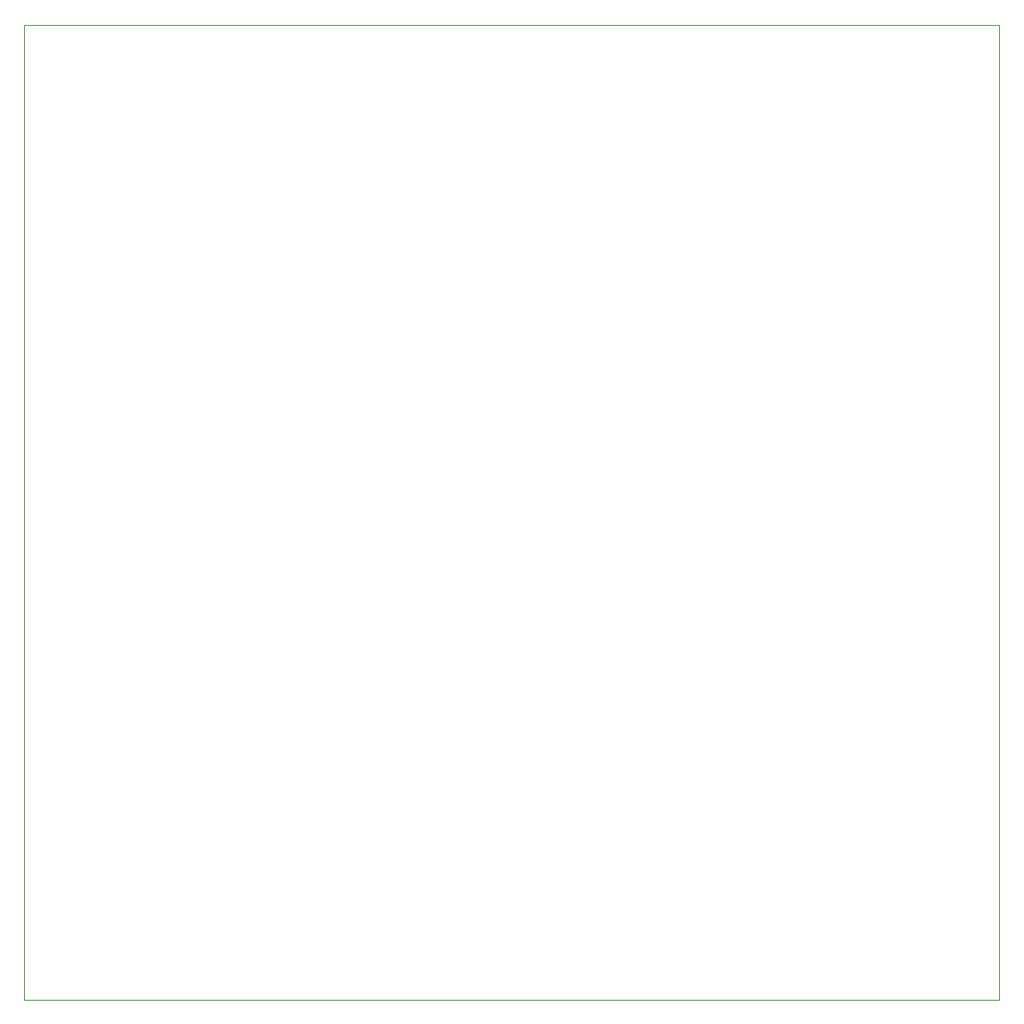
<source format=gbr>
G04 #@! TF.GenerationSoftware,KiCad,Pcbnew,(5.1.10)-1*
G04 #@! TF.CreationDate,2021-10-14T21:53:28+02:00*
G04 #@! TF.ProjectId,H7RTX-V2,48375254-582d-4563-922e-6b696361645f,rev?*
G04 #@! TF.SameCoordinates,Original*
G04 #@! TF.FileFunction,Profile,NP*
%FSLAX46Y46*%
G04 Gerber Fmt 4.6, Leading zero omitted, Abs format (unit mm)*
G04 Created by KiCad (PCBNEW (5.1.10)-1) date 2021-10-14 21:53:28*
%MOMM*%
%LPD*%
G01*
G04 APERTURE LIST*
G04 #@! TA.AperFunction,Profile*
%ADD10C,0.038100*%
G04 #@! TD*
G04 APERTURE END LIST*
D10*
X140936000Y-48396000D02*
X140936000Y-147456000D01*
X239996000Y-48396000D02*
X140936000Y-48396000D01*
X239996000Y-147456000D02*
X239996000Y-48396000D01*
X140936000Y-147456000D02*
X239996000Y-147456000D01*
M02*

</source>
